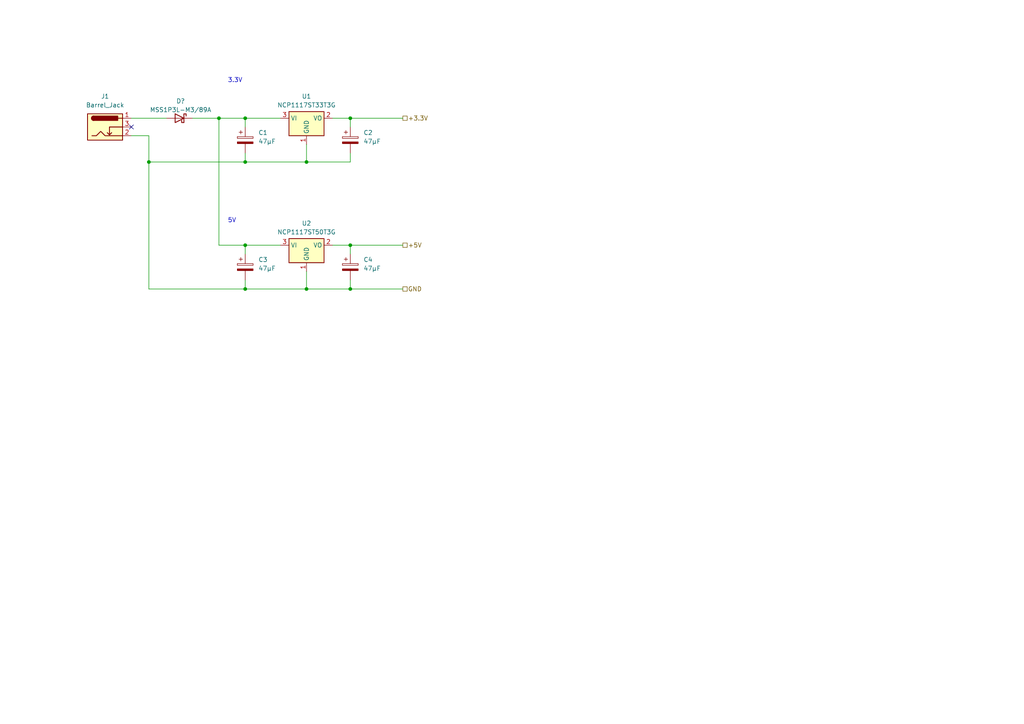
<source format=kicad_sch>
(kicad_sch (version 20230121) (generator eeschema)
  (paper "A4")
  (lib_symbols
    (symbol "Connector:Barrel_Jack_Switch" (pin_names hide)
      (property "Reference" "J" (at 0 5.334 0))
      (property "Value" "Barrel_Jack_Switch" (at 0 -5.08 0))
      (symbol "Barrel_Jack_Switch_0_1"
        (rectangle (start -5.08 3.81) (end 5.08 -3.81) (stroke (width 0.254)) (fill (type background)))
        (arc (start -3.302 3.175) (mid -3.9343 2.54) (end -3.302 1.905) (stroke (width 0.254)))
        (arc (start -3.302 3.175) (mid -3.9343 2.54) (end -3.302 1.905) (stroke (width 0.254)) (fill (type outline)))
        (polyline (pts (xy 1.27 -2.286) (xy 1.905 -1.651)) (stroke (width 0.254)))
        (polyline (pts (xy 5.08 2.54) (xy 3.81 2.54)) (stroke (width 0.254)))
        (polyline (pts (xy 5.08 0) (xy 1.27 0) (xy 1.27 -2.286) (xy 0.635 -1.651)) (stroke (width 0.254)))
        (polyline (pts (xy -3.81 -2.54) (xy -2.54 -2.54) (xy -1.27 -1.27) (xy 0 -2.54) (xy 2.54 -2.54) (xy 5.08 -2.54)) (stroke (width 0.254)))
        (rectangle (start 3.683 3.175) (end -3.302 1.905) (stroke (width 0.254)) (fill (type outline)))
      )
      (symbol "Barrel_Jack_Switch_1_1"
        (pin passive line (at 7.62 2.54 180) (length 2.54) (name "~") (number "1"))
        (pin passive line (at 7.62 -2.54 180) (length 2.54) (name "~") (number "2"))
        (pin passive line (at 7.62 0 180) (length 2.54) (name "~") (number "3"))
      )
    )
    (symbol "Device:C_Polarized" (pin_numbers hide) (pin_names (offset 0.254))
      (property "Reference" "C" (at 0.635 2.54 0))
      (property "Value" "C_Polarized" (at 0.635 -2.54 0))
      (symbol "C_Polarized_0_1"
        (rectangle (start -2.286 0.508) (end 2.286 1.016))
        (polyline (pts (xy -1.778 2.286) (xy -0.762 2.286)))
        (polyline (pts (xy -1.27 2.794) (xy -1.27 1.778)))
        (rectangle (start 2.286 -0.508) (end -2.286 -1.016) (fill (type outline)))
      )
      (symbol "C_Polarized_1_1"
        (pin passive line (at 0 3.81 270) (length 2.794) (name "~") (number "1"))
        (pin passive line (at 0 -3.81 90) (length 2.794) (name "~") (number "2"))
      )
    )
    (symbol "Device:D_Schottky" (pin_numbers hide) (pin_names (offset 1.016) hide)
      (property "Reference" "D" (at 0 2.54 0))
      (property "Value" "D_Schottky" (at 0 -2.54 0))
      (symbol "D_Schottky_0_1"
        (polyline (pts (xy 1.27 0) (xy -1.27 0)))
        (polyline (pts (xy 1.27 1.27) (xy 1.27 -1.27) (xy -1.27 0) (xy 1.27 1.27)) (stroke (width 0.254)))
        (polyline (pts (xy -1.905 0.635) (xy -1.905 1.27) (xy -1.27 1.27) (xy -1.27 -1.27) (xy -0.635 -1.27) (xy -0.635 -0.635)) (stroke (width 0.254)))
      )
      (symbol "D_Schottky_1_1"
        (pin passive line (at -3.81 0 0) (length 2.54) (name "K") (number "1"))
        (pin passive line (at 3.81 0 180) (length 2.54) (name "A") (number "2"))
      )
    )
    (symbol "Regulator_Linear:NCP1117-3.3_SOT223"
      (property "Reference" "U" (at -3.81 3.175 0))
      (property "Value" "NCP1117-3.3_SOT223" (at 0 3.175 0))
      (symbol "NCP1117-3.3_SOT223_0_1"
        (rectangle (start -5.08 -5.08) (end 5.08 1.905) (stroke (width 0.254)) (fill (type background)))
      )
      (symbol "NCP1117-3.3_SOT223_1_1"
        (pin power_in line (at 0 -7.62 90) (length 2.54) (name "GND") (number "1"))
        (pin power_out line (at 7.62 0 180) (length 2.54) (name "VO") (number "2"))
        (pin power_in line (at -7.62 0 0) (length 2.54) (name "VI") (number "3"))
      )
    )
  )
  (junction (at 71.12 46.99))
  (junction (at 71.12 34.29))
  (junction (at 101.6 83.82))
  (junction (at 43.18 46.99))
  (junction (at 101.6 34.29))
  (junction (at 63.5 34.29))
  (junction (at 71.12 83.82))
  (junction (at 88.9 46.99))
  (junction (at 101.6 71.12))
  (junction (at 88.9 83.82))
  (junction (at 71.12 71.12))
  (no_connect (at 38.1 36.83))
  (wire (pts (xy 101.6 34.29) (xy 101.6 36.83)))
  (wire (pts (xy 43.18 83.82) (xy 71.12 83.82)))
  (wire (pts (xy 96.52 34.29) (xy 101.6 34.29)))
  (wire (pts (xy 71.12 34.29) (xy 71.12 36.83)))
  (wire (pts (xy 43.18 46.99) (xy 43.18 83.82)))
  (wire (pts (xy 88.9 83.82) (xy 101.6 83.82)))
  (wire (pts (xy 88.9 46.99) (xy 101.6 46.99)))
  (wire (pts (xy 101.6 44.45) (xy 101.6 46.99)))
  (wire (pts (xy 96.52 71.12) (xy 101.6 71.12)))
  (wire (pts (xy 71.12 44.45) (xy 71.12 46.99)))
  (wire (pts (xy 63.5 34.29) (xy 71.12 34.29)))
  (wire (pts (xy 71.12 83.82) (xy 88.9 83.82)))
  (wire (pts (xy 71.12 46.99) (xy 43.18 46.99)))
  (wire (pts (xy 71.12 71.12) (xy 71.12 73.66)))
  (wire (pts (xy 101.6 34.29) (xy 116.84 34.29)))
  (wire (pts (xy 63.5 71.12) (xy 71.12 71.12)))
  (wire (pts (xy 71.12 34.29) (xy 81.28 34.29)))
  (wire (pts (xy 101.6 83.82) (xy 116.84 83.82)))
  (wire (pts (xy 71.12 71.12) (xy 81.28 71.12)))
  (wire (pts (xy 63.5 34.29) (xy 63.5 71.12)))
  (wire (pts (xy 55.88 34.29) (xy 63.5 34.29)))
  (wire (pts (xy 71.12 46.99) (xy 88.9 46.99)))
  (wire (pts (xy 101.6 71.12) (xy 116.84 71.12)))
  (wire (pts (xy 88.9 41.91) (xy 88.9 46.99)))
  (wire (pts (xy 38.1 34.29) (xy 48.26 34.29)))
  (wire (pts (xy 43.18 46.99) (xy 43.18 39.37)))
  (wire (pts (xy 101.6 81.28) (xy 101.6 83.82)))
  (wire (pts (xy 38.1 39.37) (xy 43.18 39.37)))
  (wire (pts (xy 101.6 71.12) (xy 101.6 73.66)))
  (wire (pts (xy 71.12 81.28) (xy 71.12 83.82)))
  (wire (pts (xy 88.9 78.74) (xy 88.9 83.82)))
  (text "5V" (at 66.04 64.77 0) (effects (font (size 1.27 1.27)) (justify left bottom)))
  (text "3.3V" (at 66.04 24.13 0) (effects (font (size 1.27 1.27)) (justify left bottom)))
  (hierarchical_label "+5V" (shape passive) (at 116.84 71.12 0))
  (hierarchical_label "+3.3V" (shape passive) (at 116.84 34.29 0))
  (hierarchical_label "GND" (shape passive) (at 116.84 83.82 0))
  (symbol (lib_id "Regulator_Linear:NCP1117-3.3_SOT223") (at 88.9 71.12 0) (unit 1)
    (property "Reference" "U2" (at 88.9 64.77 0))
    (property "Value" "NCP1117ST50T3G" (at 88.9 67.31 0))
    (property "Footprint" "Package_TO_SOT_SMD:SOT-223-3_TabPin2" (effects hide))
    (property "Datasheet" "http://www.onsemi.com/pub_link/Collateral/NCP1117-D.PDF" (effects hide))
    (property "LCSC" "C17314" (effects hide))
  )
  (symbol (lib_id "Device:C_Polarized") (at 71.12 77.47 0) (unit 1)
    (property "Reference" "C3" (at 74.93 75.311 0) (effects (justify left)))
    (property "Value" "47µF" (at 74.93 77.851 0) (effects (justify left)))
    (property "Footprint" "Capacitor_Tantalum_SMD:CP_EIA-7343-31_Kemet-D" (effects hide))
    (property "LCSC" "C122333" (effects hide))
  )
  (symbol (lib_id "Connector:Barrel_Jack_Switch") (at 30.48 36.83 0) (unit 1)
    (property "Reference" "J1" (at 30.48 27.94 0))
    (property "Value" "Barrel_Jack" (at 30.48 30.48 0))
    (property "Footprint" "Connector_BarrelJack:BarrelJack_CUI_PJ-036AH-SMT_Horizontal" (effects hide))
    (property "LCSC" "C9900024875" (effects hide))
  )
  (symbol (lib_id "Device:C_Polarized") (at 101.6 77.47 0) (unit 1)
    (property "Reference" "C4" (at 105.41 75.311 0) (effects (justify left)))
    (property "Value" "47µF" (at 105.41 77.851 0) (effects (justify left)))
    (property "Footprint" "Capacitor_Tantalum_SMD:CP_EIA-7343-31_Kemet-D" (effects hide))
    (property "LCSC" "C122333" (effects hide))
  )
  (symbol (lib_id "Regulator_Linear:NCP1117-3.3_SOT223") (at 88.9 34.29 0) (unit 1)
    (property "Reference" "U1" (at 88.9 27.94 0))
    (property "Value" "NCP1117ST33T3G" (at 88.9 30.48 0))
    (property "Footprint" "Package_TO_SOT_SMD:SOT-223-3_TabPin2" (effects hide))
    (property "Datasheet" "http://www.onsemi.com/pub_link/Collateral/NCP1117-D.PDF" (effects hide))
    (property "LCSC" "C26537" (effects hide))
  )
  (symbol (lib_id "Device:C_Polarized") (at 101.6 40.64 0) (unit 1)
    (property "Reference" "C2" (at 105.41 38.481 0) (effects (justify left)))
    (property "Value" "47µF" (at 105.41 41.021 0) (effects (justify left)))
    (property "Footprint" "Capacitor_Tantalum_SMD:CP_EIA-7343-31_Kemet-D" (effects hide))
    (property "LCSC" "C122333" (effects hide))
  )
  (symbol (lib_id "Device:D_Schottky") (at 52.07 34.29 0) (mirror y) (unit 1)
    (property "Reference" "D?" (at 52.3875 29.3202 0))
    (property "Value" "MSS1P3L-M3/89A" (at 52.3875 31.8571 0))
    (property "Footprint" "Diode_SMD:D_MicroSMP_AK" (effects hide))
    (property "Datasheet" "https://www.vishay.com/docs/89020/mss1p3l.pdf" (effects hide))
    (property "LCSC" "C144285" (effects hide))
    (instances (project "power" (path "" (reference "D?") (unit 1))) (project "eprom5vread" (path "" (reference "D1") (unit 1))))
  )
  (symbol (lib_id "Device:C_Polarized") (at 71.12 40.64 0) (unit 1)
    (property "Reference" "C1" (at 74.93 38.481 0) (effects (justify left)))
    (property "Value" "47µF" (at 74.93 41.021 0) (effects (justify left)))
    (property "Footprint" "Capacitor_Tantalum_SMD:CP_EIA-7343-31_Kemet-D" (effects hide))
    (property "LCSC" "C122333" (effects hide))
  )
)
</source>
